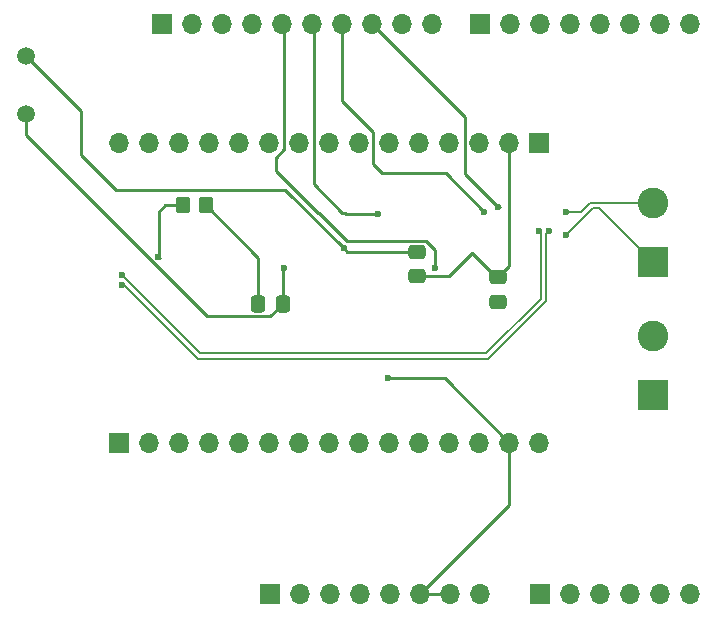
<source format=gbr>
%TF.GenerationSoftware,KiCad,Pcbnew,8.0.2*%
%TF.CreationDate,2024-05-23T15:40:16-04:00*%
%TF.ProjectId,ORA_Arduino_ESP_CAN_Shield_Rev_1.2,4f52415f-4172-4647-9569-6e6f5f455350,rev?*%
%TF.SameCoordinates,Original*%
%TF.FileFunction,Copper,L1,Top*%
%TF.FilePolarity,Positive*%
%FSLAX46Y46*%
G04 Gerber Fmt 4.6, Leading zero omitted, Abs format (unit mm)*
G04 Created by KiCad (PCBNEW 8.0.2) date 2024-05-23 15:40:16*
%MOMM*%
%LPD*%
G01*
G04 APERTURE LIST*
G04 Aperture macros list*
%AMRoundRect*
0 Rectangle with rounded corners*
0 $1 Rounding radius*
0 $2 $3 $4 $5 $6 $7 $8 $9 X,Y pos of 4 corners*
0 Add a 4 corners polygon primitive as box body*
4,1,4,$2,$3,$4,$5,$6,$7,$8,$9,$2,$3,0*
0 Add four circle primitives for the rounded corners*
1,1,$1+$1,$2,$3*
1,1,$1+$1,$4,$5*
1,1,$1+$1,$6,$7*
1,1,$1+$1,$8,$9*
0 Add four rect primitives between the rounded corners*
20,1,$1+$1,$2,$3,$4,$5,0*
20,1,$1+$1,$4,$5,$6,$7,0*
20,1,$1+$1,$6,$7,$8,$9,0*
20,1,$1+$1,$8,$9,$2,$3,0*%
G04 Aperture macros list end*
%TA.AperFunction,ComponentPad*%
%ADD10R,1.700000X1.700000*%
%TD*%
%TA.AperFunction,ComponentPad*%
%ADD11O,1.700000X1.700000*%
%TD*%
%TA.AperFunction,SMDPad,CuDef*%
%ADD12RoundRect,0.250000X0.475000X-0.337500X0.475000X0.337500X-0.475000X0.337500X-0.475000X-0.337500X0*%
%TD*%
%TA.AperFunction,ComponentPad*%
%ADD13C,1.500000*%
%TD*%
%TA.AperFunction,ComponentPad*%
%ADD14R,2.600000X2.600000*%
%TD*%
%TA.AperFunction,ComponentPad*%
%ADD15C,2.600000*%
%TD*%
%TA.AperFunction,SMDPad,CuDef*%
%ADD16RoundRect,0.250000X-0.475000X0.337500X-0.475000X-0.337500X0.475000X-0.337500X0.475000X0.337500X0*%
%TD*%
%TA.AperFunction,SMDPad,CuDef*%
%ADD17RoundRect,0.250000X-0.337500X-0.475000X0.337500X-0.475000X0.337500X0.475000X-0.337500X0.475000X0*%
%TD*%
%TA.AperFunction,SMDPad,CuDef*%
%ADD18RoundRect,0.250000X-0.350000X-0.450000X0.350000X-0.450000X0.350000X0.450000X-0.350000X0.450000X0*%
%TD*%
%TA.AperFunction,ViaPad*%
%ADD19C,0.600000*%
%TD*%
%TA.AperFunction,Conductor*%
%ADD20C,0.250000*%
%TD*%
%TA.AperFunction,Conductor*%
%ADD21C,0.200000*%
%TD*%
G04 APERTURE END LIST*
D10*
%TO.P,J1,1,Pin_1*%
%TO.N,unconnected-(J1-Pin_1-Pad1)*%
X127940000Y-97460000D03*
D11*
%TO.P,J1,2,Pin_2*%
%TO.N,unconnected-(J1-Pin_2-Pad2)*%
X130480000Y-97460000D03*
%TO.P,J1,3,Pin_3*%
%TO.N,unconnected-(J1-Pin_3-Pad3)*%
X133020000Y-97460000D03*
%TO.P,J1,4,Pin_4*%
%TO.N,unconnected-(J1-Pin_4-Pad4)*%
X135560000Y-97460000D03*
%TO.P,J1,5,Pin_5*%
%TO.N,+5V*%
X138100000Y-97460000D03*
%TO.P,J1,6,Pin_6*%
%TO.N,GND*%
X140640000Y-97460000D03*
%TO.P,J1,7,Pin_7*%
X143180000Y-97460000D03*
%TO.P,J1,8,Pin_8*%
%TO.N,unconnected-(J1-Pin_8-Pad8)*%
X145720000Y-97460000D03*
%TD*%
D10*
%TO.P,J3,1,Pin_1*%
%TO.N,unconnected-(J3-Pin_1-Pad1)*%
X150800000Y-97460000D03*
D11*
%TO.P,J3,2,Pin_2*%
%TO.N,unconnected-(J3-Pin_2-Pad2)*%
X153340000Y-97460000D03*
%TO.P,J3,3,Pin_3*%
%TO.N,unconnected-(J3-Pin_3-Pad3)*%
X155880000Y-97460000D03*
%TO.P,J3,4,Pin_4*%
%TO.N,unconnected-(J3-Pin_4-Pad4)*%
X158420000Y-97460000D03*
%TO.P,J3,5,Pin_5*%
%TO.N,unconnected-(J3-Pin_5-Pad5)*%
X160960000Y-97460000D03*
%TO.P,J3,6,Pin_6*%
%TO.N,unconnected-(J3-Pin_6-Pad6)*%
X163500000Y-97460000D03*
%TD*%
D10*
%TO.P,J2,1,Pin_1*%
%TO.N,SCL*%
X118796000Y-49200000D03*
D11*
%TO.P,J2,2,Pin_2*%
%TO.N,SDA*%
X121336000Y-49200000D03*
%TO.P,J2,3,Pin_3*%
%TO.N,unconnected-(J2-Pin_3-Pad3)*%
X123876000Y-49200000D03*
%TO.P,J2,4,Pin_4*%
%TO.N,GND*%
X126416000Y-49200000D03*
%TO.P,J2,5,Pin_5*%
%TO.N,SCK*%
X128956000Y-49200000D03*
%TO.P,J2,6,Pin_6*%
%TO.N,SO*%
X131496000Y-49200000D03*
%TO.P,J2,7,Pin_7*%
%TO.N,SI*%
X134036000Y-49200000D03*
%TO.P,J2,8,Pin_8*%
%TO.N,CS*%
X136576000Y-49200000D03*
%TO.P,J2,9,Pin_9*%
%TO.N,unconnected-(J2-Pin_9-Pad9)*%
X139116000Y-49200000D03*
%TO.P,J2,10,Pin_10*%
%TO.N,unconnected-(J2-Pin_10-Pad10)*%
X141656000Y-49200000D03*
%TD*%
D10*
%TO.P,J4,1,Pin_1*%
%TO.N,unconnected-(J4-Pin_1-Pad1)*%
X145720000Y-49200000D03*
D11*
%TO.P,J4,2,Pin_2*%
%TO.N,unconnected-(J4-Pin_2-Pad2)*%
X148260000Y-49200000D03*
%TO.P,J4,3,Pin_3*%
%TO.N,unconnected-(J4-Pin_3-Pad3)*%
X150800000Y-49200000D03*
%TO.P,J4,4,Pin_4*%
%TO.N,unconnected-(J4-Pin_4-Pad4)*%
X153340000Y-49200000D03*
%TO.P,J4,5,Pin_5*%
%TO.N,unconnected-(J4-Pin_5-Pad5)*%
X155880000Y-49200000D03*
%TO.P,J4,6,Pin_6*%
%TO.N,unconnected-(J4-Pin_6-Pad6)*%
X158420000Y-49200000D03*
%TO.P,J4,7,Pin_7*%
%TO.N,unconnected-(J4-Pin_7-Pad7)*%
X160960000Y-49200000D03*
%TO.P,J4,8,Pin_8*%
%TO.N,unconnected-(J4-Pin_8-Pad8)*%
X163500000Y-49200000D03*
%TD*%
D12*
%TO.P,C3,1*%
%TO.N,+5V*%
X147230000Y-72700000D03*
%TO.P,C3,2*%
%TO.N,GND*%
X147230000Y-70625000D03*
%TD*%
D13*
%TO.P,Y1,1,1*%
%TO.N,Net-(U2-OSC1)*%
X107290000Y-51890000D03*
%TO.P,Y1,2,2*%
%TO.N,Net-(U2-OSC2)*%
X107290000Y-56770000D03*
%TD*%
D14*
%TO.P,J5,1,Pin_1*%
%TO.N,CAN-*%
X160365000Y-80600000D03*
D15*
%TO.P,J5,2,Pin_2*%
%TO.N,CAN+*%
X160365000Y-75600000D03*
%TD*%
D16*
%TO.P,C2,1*%
%TO.N,Net-(U2-OSC1)*%
X140420000Y-68452500D03*
%TO.P,C2,2*%
%TO.N,GND*%
X140420000Y-70527500D03*
%TD*%
D14*
%TO.P,J6,1,Pin_1*%
%TO.N,CAN-*%
X160365000Y-69340000D03*
D15*
%TO.P,J6,2,Pin_2*%
%TO.N,CAN+*%
X160365000Y-64340000D03*
%TD*%
D17*
%TO.P,C1,1*%
%TO.N,GND*%
X126960000Y-72880000D03*
%TO.P,C1,2*%
%TO.N,Net-(U2-OSC2)*%
X129035000Y-72880000D03*
%TD*%
D10*
%TO.P,U1,1,3V3*%
%TO.N,unconnected-(U1-3V3-Pad1)*%
X150720000Y-59240000D03*
D11*
%TO.P,U1,2,GND*%
%TO.N,GND*%
X148180000Y-59240000D03*
%TO.P,U1,3,D15*%
%TO.N,unconnected-(U1-D15-Pad3)*%
X145640000Y-59240000D03*
%TO.P,U1,4,D2*%
%TO.N,unconnected-(U1-D2-Pad4)*%
X143100000Y-59240000D03*
%TO.P,U1,5,D4*%
%TO.N,unconnected-(U1-D4-Pad5)*%
X140560000Y-59240000D03*
%TO.P,U1,6,RX2*%
%TO.N,unconnected-(U1-RX2-Pad6)*%
X138020000Y-59240000D03*
%TO.P,U1,7,TX2*%
%TO.N,unconnected-(U1-TX2-Pad7)*%
X135480000Y-59240000D03*
%TO.P,U1,8,D5*%
%TO.N,unconnected-(U1-D5-Pad8)*%
X132940000Y-59240000D03*
%TO.P,U1,9,D18*%
%TO.N,unconnected-(U1-D18-Pad9)*%
X130400000Y-59240000D03*
%TO.P,U1,10,D19*%
%TO.N,unconnected-(U1-D19-Pad10)*%
X127860000Y-59240000D03*
%TO.P,U1,11,D21*%
%TO.N,SDA*%
X125320000Y-59240000D03*
%TO.P,U1,12,RX0*%
%TO.N,unconnected-(U1-RX0-Pad12)*%
X122780000Y-59240000D03*
%TO.P,U1,13,TX0*%
%TO.N,unconnected-(U1-TX0-Pad13)*%
X120240000Y-59240000D03*
%TO.P,U1,14,D22*%
%TO.N,SCL*%
X117700000Y-59240000D03*
%TO.P,U1,15,D23*%
%TO.N,unconnected-(U1-D23-Pad15)*%
X115160000Y-59240000D03*
D10*
%TO.P,U1,16,EN*%
%TO.N,unconnected-(U1-EN-Pad16)*%
X115180000Y-84640000D03*
D11*
%TO.P,U1,17,VP*%
%TO.N,unconnected-(U1-VP-Pad17)*%
X117720000Y-84640000D03*
%TO.P,U1,18,VN*%
%TO.N,unconnected-(U1-VN-Pad18)*%
X120260000Y-84640000D03*
%TO.P,U1,19,D34*%
%TO.N,unconnected-(U1-D34-Pad19)*%
X122800000Y-84640000D03*
%TO.P,U1,20,D35*%
%TO.N,unconnected-(U1-D35-Pad20)*%
X125340000Y-84640000D03*
%TO.P,U1,21,D32*%
%TO.N,unconnected-(U1-D32-Pad21)*%
X127880000Y-84640000D03*
%TO.P,U1,22,D33*%
%TO.N,unconnected-(U1-D33-Pad22)*%
X130420000Y-84640000D03*
%TO.P,U1,23,D25*%
%TO.N,unconnected-(U1-D25-Pad23)*%
X132960000Y-84640000D03*
%TO.P,U1,24,D26*%
%TO.N,unconnected-(U1-D26-Pad24)*%
X135500000Y-84640000D03*
%TO.P,U1,25,D27*%
%TO.N,unconnected-(U1-D27-Pad25)*%
X138040000Y-84640000D03*
%TO.P,U1,26,D14*%
%TO.N,unconnected-(U1-D14-Pad26)*%
X140580000Y-84640000D03*
%TO.P,U1,27,D12*%
%TO.N,unconnected-(U1-D12-Pad27)*%
X143120000Y-84640000D03*
%TO.P,U1,28,D13*%
%TO.N,unconnected-(U1-D13-Pad28)*%
X145660000Y-84640000D03*
%TO.P,U1,29,GND*%
%TO.N,GND*%
X148200000Y-84640000D03*
%TO.P,U1,30,VIN*%
%TO.N,+5V*%
X150740000Y-84640000D03*
%TD*%
D18*
%TO.P,R3,1*%
%TO.N,Net-(U3-Rs)*%
X120550000Y-64520000D03*
%TO.P,R3,2*%
%TO.N,GND*%
X122550000Y-64520000D03*
%TD*%
D19*
%TO.N,GND*%
X122620000Y-64620000D03*
X137910000Y-79180000D03*
%TO.N,+5V*%
X147220000Y-72780000D03*
%TO.N,Net-(U2-OSC2)*%
X129110000Y-69870000D03*
%TO.N,Net-(U2-OSC1)*%
X134230000Y-68190000D03*
%TO.N,CAN+*%
X115390000Y-70440000D03*
X150705000Y-66670000D03*
X153020000Y-65140000D03*
%TO.N,CAN-*%
X151555000Y-66670000D03*
X152980000Y-67080000D03*
X115390000Y-71290000D03*
%TO.N,Net-(U3-Rs)*%
X118510000Y-68930000D03*
%TO.N,SCK*%
X141920000Y-69850000D03*
%TO.N,SI*%
X146110000Y-65090000D03*
%TO.N,CS*%
X147230000Y-64680000D03*
%TO.N,SO*%
X137090000Y-65250000D03*
%TD*%
D20*
%TO.N,GND*%
X137910000Y-79180000D02*
X142740000Y-79180000D01*
X148180000Y-69675000D02*
X148180000Y-59240000D01*
X147230000Y-70625000D02*
X148180000Y-69675000D01*
X140640000Y-97460000D02*
X143180000Y-97460000D01*
X126960000Y-68960000D02*
X126960000Y-72880000D01*
X142740000Y-79180000D02*
X148200000Y-84640000D01*
X145035000Y-68605000D02*
X143112500Y-70527500D01*
X147055000Y-70625000D02*
X147230000Y-70625000D01*
X148200000Y-84640000D02*
X148200000Y-89900000D01*
X148200000Y-89900000D02*
X140640000Y-97460000D01*
X122620000Y-64620000D02*
X126960000Y-68960000D01*
X143112500Y-70527500D02*
X140420000Y-70527500D01*
X145035000Y-68605000D02*
X147055000Y-70625000D01*
%TO.N,Net-(U2-OSC2)*%
X129035000Y-73165000D02*
X129035000Y-72880000D01*
X129035000Y-69945000D02*
X129035000Y-72880000D01*
X107290000Y-58593884D02*
X107290000Y-56770000D01*
X127985000Y-73930000D02*
X122626116Y-73930000D01*
X129035000Y-72880000D02*
X127985000Y-73930000D01*
X129110000Y-69870000D02*
X129035000Y-69945000D01*
X122626116Y-73930000D02*
X107290000Y-58593884D01*
%TO.N,Net-(U2-OSC1)*%
X134230000Y-68190000D02*
X129250000Y-63210000D01*
X111980000Y-56580000D02*
X107290000Y-51890000D01*
X134492500Y-68452500D02*
X140420000Y-68452500D01*
X111980000Y-60280000D02*
X111980000Y-56580000D01*
X134230000Y-68190000D02*
X134492500Y-68452500D01*
X129250000Y-63210000D02*
X114910000Y-63210000D01*
X114910000Y-63210000D02*
X111980000Y-60280000D01*
D21*
%TO.N,CAN+*%
X122015000Y-77065000D02*
X146266800Y-77065000D01*
X150904999Y-68156800D02*
X150904999Y-66869999D01*
X150905000Y-68156801D02*
X150904999Y-68156800D01*
X115390000Y-70440000D02*
X122015000Y-77065000D01*
X154283603Y-65140000D02*
X153020000Y-65140000D01*
X150905000Y-72426800D02*
X150905000Y-68156801D01*
X155083603Y-64340000D02*
X154283603Y-65140000D01*
X160365000Y-64340000D02*
X155083603Y-64340000D01*
X150904999Y-66869999D02*
X150705000Y-66670000D01*
X146266800Y-77065000D02*
X150905000Y-72426800D01*
%TO.N,CAN-*%
X151355000Y-68343199D02*
X151355001Y-68343198D01*
X155815001Y-64790001D02*
X155269999Y-64790001D01*
X146453200Y-77515000D02*
X151355000Y-72613200D01*
X115390000Y-71290000D02*
X115603603Y-71290000D01*
X151355001Y-66869999D02*
X151555000Y-66670000D01*
X155269999Y-64790001D02*
X152980000Y-67080000D01*
X151355001Y-68343198D02*
X151355001Y-66869999D01*
X115603603Y-71290000D02*
X121828603Y-77515000D01*
X160365000Y-69340000D02*
X155815001Y-64790001D01*
X151355000Y-72613200D02*
X151355000Y-68343199D01*
X160365000Y-80600000D02*
X159915000Y-80150000D01*
X121828603Y-77515000D02*
X146453200Y-77515000D01*
D20*
%TO.N,Net-(U3-Rs)*%
X118580000Y-68930000D02*
X118610000Y-68960000D01*
X118530000Y-65080000D02*
X118530000Y-68880000D01*
X118510000Y-68930000D02*
X118580000Y-68930000D01*
X118510000Y-68860000D02*
X118510000Y-68930000D01*
X119090000Y-64520000D02*
X118530000Y-65080000D01*
X118530000Y-68880000D02*
X118510000Y-68860000D01*
X120550000Y-64520000D02*
X119090000Y-64520000D01*
%TO.N,SCK*%
X134450000Y-67540000D02*
X141140100Y-67540000D01*
X141140100Y-67540000D02*
X141920000Y-68319900D01*
X132094900Y-65184900D02*
X134450000Y-67540000D01*
X131994900Y-65184900D02*
X132094900Y-65184900D01*
X128435000Y-60493299D02*
X128435000Y-61625000D01*
X128435000Y-61625000D02*
X131994900Y-65184900D01*
X129140000Y-59788299D02*
X128435000Y-60493299D01*
X129140000Y-49384000D02*
X129140000Y-59788299D01*
X128956000Y-49200000D02*
X129140000Y-49384000D01*
X141920000Y-68319900D02*
X141920000Y-69850000D01*
X141920000Y-69850000D02*
X141900000Y-69790000D01*
%TO.N,SI*%
X136655000Y-58309000D02*
X136655000Y-61056701D01*
X134036000Y-55690000D02*
X136655000Y-58309000D01*
X137433299Y-61835000D02*
X142855000Y-61835000D01*
X136655000Y-61056701D02*
X137433299Y-61835000D01*
X142855000Y-61835000D02*
X146110000Y-65090000D01*
X134036000Y-49200000D02*
X134036000Y-55690000D01*
%TO.N,CS*%
X147230000Y-64500000D02*
X147230000Y-64680000D01*
X144465000Y-57089000D02*
X136576000Y-49200000D01*
X144465000Y-61915000D02*
X144465000Y-57089000D01*
X147410000Y-64680000D02*
X147350000Y-64620000D01*
X147230000Y-64680000D02*
X147410000Y-64680000D01*
X147230000Y-64680000D02*
X144465000Y-61915000D01*
%TO.N,SO*%
X136990000Y-65290000D02*
X137090000Y-65250000D01*
X134270000Y-65200000D02*
X134360000Y-65290000D01*
X131650000Y-62760000D02*
X134090000Y-65200000D01*
X137070000Y-65290000D02*
X137030000Y-65290000D01*
X134090000Y-65200000D02*
X134270000Y-65200000D01*
X134360000Y-65290000D02*
X136990000Y-65290000D01*
X137090000Y-65250000D02*
X137070000Y-65290000D01*
X131650000Y-49354000D02*
X131650000Y-62760000D01*
X131496000Y-49200000D02*
X131650000Y-49354000D01*
%TD*%
M02*

</source>
